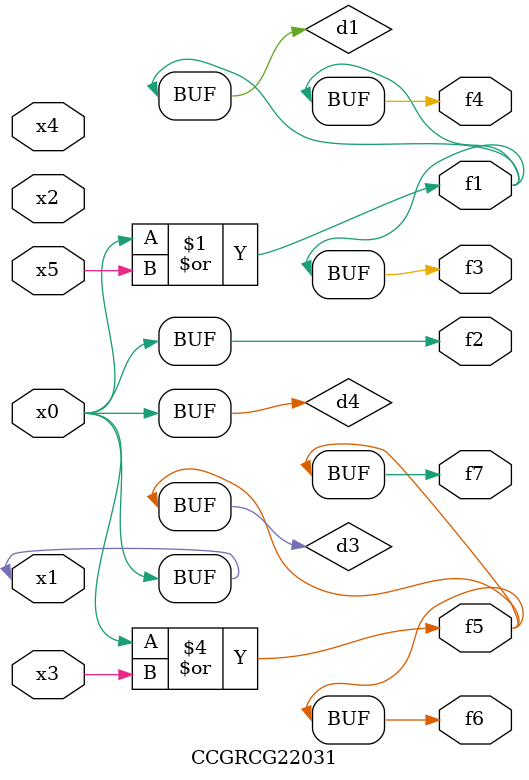
<source format=v>
module CCGRCG22031(
	input x0, x1, x2, x3, x4, x5,
	output f1, f2, f3, f4, f5, f6, f7
);

	wire d1, d2, d3, d4;

	or (d1, x0, x5);
	xnor (d2, x1, x4);
	or (d3, x0, x3);
	buf (d4, x0, x1);
	assign f1 = d1;
	assign f2 = d4;
	assign f3 = d1;
	assign f4 = d1;
	assign f5 = d3;
	assign f6 = d3;
	assign f7 = d3;
endmodule

</source>
